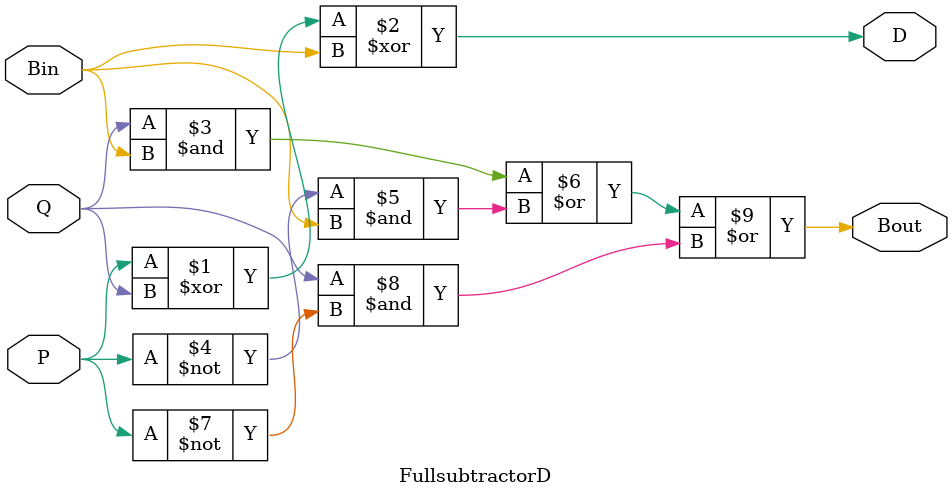
<source format=v>
`timescale 1ns / 1ps
module FullsubtractorD(D,Bout,P,Q,Bin
    );
input P,Q,Bin;
output D,Bout;
assign D=P^Q^Bin;
assign Bout=((Q&Bin)|((~P)&Bin)|(Q&(~P)));

endmodule

</source>
